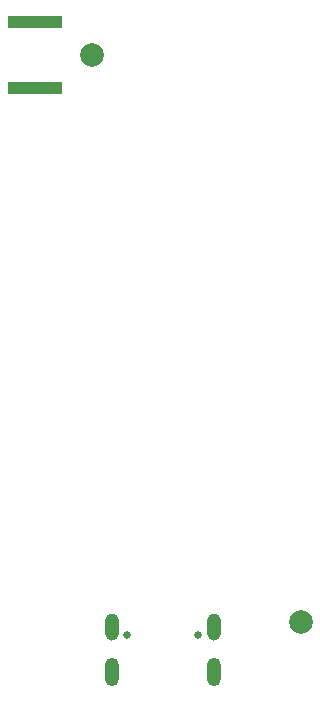
<source format=gbr>
%TF.GenerationSoftware,KiCad,Pcbnew,(6.0.7)*%
%TF.CreationDate,2022-11-29T14:59:17+08:00*%
%TF.ProjectId,Rp2040 wearable dev boards w wireless,52703230-3430-4207-9765-617261626c65,rev?*%
%TF.SameCoordinates,Original*%
%TF.FileFunction,Soldermask,Bot*%
%TF.FilePolarity,Negative*%
%FSLAX46Y46*%
G04 Gerber Fmt 4.6, Leading zero omitted, Abs format (unit mm)*
G04 Created by KiCad (PCBNEW (6.0.7)) date 2022-11-29 14:59:17*
%MOMM*%
%LPD*%
G01*
G04 APERTURE LIST*
%ADD10C,0.630000*%
%ADD11C,0.600000*%
%ADD12O,1.158000X2.316000*%
%ADD13O,1.200000X2.400000*%
%ADD14R,4.560000X1.000000*%
%ADD15C,2.000000*%
G04 APERTURE END LIST*
D10*
%TO.C,J2*%
X46276000Y-95400000D03*
D11*
X52276000Y-95400000D03*
D10*
X52276000Y-95400000D03*
D12*
X44956000Y-94675000D03*
X53596000Y-94675000D03*
D13*
X44956000Y-98500000D03*
X53596000Y-98500000D03*
%TD*%
D14*
%TO.C,J6*%
X38428500Y-43490750D03*
X38428500Y-49030750D03*
%TD*%
D15*
%TO.C,TP3*%
X43250000Y-46250000D03*
%TD*%
%TO.C,TP1*%
X60950000Y-94250000D03*
%TD*%
M02*

</source>
